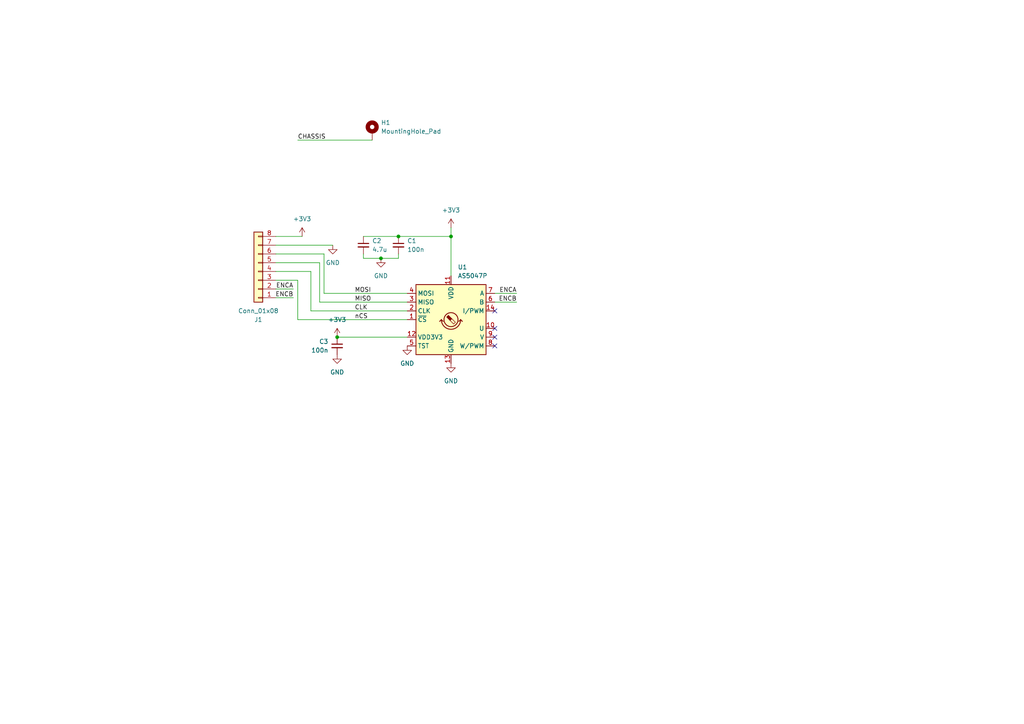
<source format=kicad_sch>
(kicad_sch (version 20230121) (generator eeschema)
  (paper "A4")
  (lib_symbols
    (symbol "Connector_Generic:Conn_01x08" (pin_names (offset 1.016) hide)
      (property "Reference" "J" (at 0 10.16 0))
      (property "Value" "Conn_01x08" (at 0 -12.7 0))
      (symbol "Conn_01x08_1_1"
        (rectangle (start -1.27 -10.033) (end 0 -10.287) (stroke (width 0.1524)))
        (rectangle (start -1.27 -7.493) (end 0 -7.747) (stroke (width 0.1524)))
        (rectangle (start -1.27 -4.953) (end 0 -5.207) (stroke (width 0.1524)))
        (rectangle (start -1.27 -2.413) (end 0 -2.667) (stroke (width 0.1524)))
        (rectangle (start -1.27 0.127) (end 0 -0.127) (stroke (width 0.1524)))
        (rectangle (start -1.27 2.667) (end 0 2.413) (stroke (width 0.1524)))
        (rectangle (start -1.27 5.207) (end 0 4.953) (stroke (width 0.1524)))
        (rectangle (start -1.27 7.747) (end 0 7.493) (stroke (width 0.1524)))
        (rectangle (start -1.27 8.89) (end 1.27 -11.43) (stroke (width 0.254)) (fill (type background)))
        (pin passive line (at -5.08 7.62 0) (length 3.81) (name "Pin_1") (number "1"))
        (pin passive line (at -5.08 5.08 0) (length 3.81) (name "Pin_2") (number "2"))
        (pin passive line (at -5.08 2.54 0) (length 3.81) (name "Pin_3") (number "3"))
        (pin passive line (at -5.08 0 0) (length 3.81) (name "Pin_4") (number "4"))
        (pin passive line (at -5.08 -2.54 0) (length 3.81) (name "Pin_5") (number "5"))
        (pin passive line (at -5.08 -5.08 0) (length 3.81) (name "Pin_6") (number "6"))
        (pin passive line (at -5.08 -7.62 0) (length 3.81) (name "Pin_7") (number "7"))
        (pin passive line (at -5.08 -10.16 0) (length 3.81) (name "Pin_8") (number "8"))
      )
    )
    (symbol "Device:C_Small" (pin_numbers hide) (pin_names (offset 0.254) hide)
      (property "Reference" "C" (at 0.254 1.778 0))
      (property "Value" "C_Small" (at 0.254 -2.032 0))
      (symbol "C_Small_0_1"
        (polyline (pts (xy -1.524 -0.508) (xy 1.524 -0.508)) (stroke (width 0.3302)))
        (polyline (pts (xy -1.524 0.508) (xy 1.524 0.508)) (stroke (width 0.3048)))
      )
      (symbol "C_Small_1_1"
        (pin passive line (at 0 2.54 270) (length 2.032) (name "~") (number "1"))
        (pin passive line (at 0 -2.54 90) (length 2.032) (name "~") (number "2"))
      )
    )
    (symbol "Mechanical:MountingHole_Pad" (pin_numbers hide) (pin_names (offset 1.016) hide)
      (property "Reference" "H" (at 0 6.35 0))
      (property "Value" "MountingHole_Pad" (at 0 4.445 0))
      (symbol "MountingHole_Pad_0_1"
        (circle (center 0 1.27) (radius 1.27) (stroke (width 1.27)))
      )
      (symbol "MountingHole_Pad_1_1"
        (pin input line (at 0 -2.54 90) (length 2.54) (name "1") (number "1"))
      )
    )
    (symbol "Sensor_Magnetic:AS5047D"
      (property "Reference" "U" (at -8.89 11.43 0))
      (property "Value" "AS5047D" (at 5.08 11.43 0))
      (symbol "AS5047D_1_1"
        (rectangle (start -10.16 10.16) (end 10.16 -10.16) (stroke (width 0.254)) (fill (type background)))
        (arc (start -2.794 0) (mid 0 -2.7819) (end 2.794 0) (stroke (width 0.254)))
        (polyline (pts (xy -2.794 0) (xy -3.302 -0.508)) (stroke (width 0.254)))
        (polyline (pts (xy -2.794 0) (xy -2.286 -0.508)) (stroke (width 0.254)))
        (polyline (pts (xy 2.794 0) (xy 2.286 -0.508)) (stroke (width 0.254)))
        (polyline (pts (xy 2.794 0) (xy 3.302 -0.508)) (stroke (width 0.254)))
        (polyline (pts (xy 0.254 0.254) (xy 1.27 -0.762) (xy 0.762 -1.27) (xy -0.254 -0.254)))
        (polyline (pts (xy -0.762 1.27) (xy 0.254 0.254) (xy -0.254 -0.254) (xy -1.27 0.762) (xy -1.016 1.016) (xy -0.762 1.27) (xy -0.635 1.143)) (fill (type outline)))
        (circle (center 0 0) (radius 2.032) (stroke (width 0.254)))
        (pin input line (at -12.7 0 0) (length 2.54) (name "~{CS}") (number "1"))
        (pin output line (at 12.7 -2.54 180) (length 2.54) (name "U") (number "10"))
        (pin power_in line (at 0 12.7 270) (length 2.54) (name "VDD") (number "11"))
        (pin power_out line (at -12.7 -5.08 0) (length 2.54) (name "VDD3V3") (number "12"))
        (pin power_in line (at 0 -12.7 90) (length 2.54) (name "GND") (number "13"))
        (pin output line (at 12.7 2.54 180) (length 2.54) (name "I/PWM") (number "14"))
        (pin input line (at -12.7 2.54 0) (length 2.54) (name "CLK") (number "2"))
        (pin output line (at -12.7 5.08 0) (length 2.54) (name "MISO") (number "3"))
        (pin input line (at -12.7 7.62 0) (length 2.54) (name "MOSI") (number "4"))
        (pin input line (at -12.7 -7.62 0) (length 2.54) (name "TST") (number "5"))
        (pin output line (at 12.7 5.08 180) (length 2.54) (name "B") (number "6"))
        (pin output line (at 12.7 7.62 180) (length 2.54) (name "A") (number "7"))
        (pin output line (at 12.7 -7.62 180) (length 2.54) (name "W/PWM") (number "8"))
        (pin output line (at 12.7 -5.08 180) (length 2.54) (name "V") (number "9"))
      )
    )
    (symbol "power:+3V3" (power) (pin_names (offset 0))
      (property "Value" "+3V3" (at 0 3.556 0))
      (symbol "+3V3_0_1"
        (polyline (pts (xy -0.762 1.27) (xy 0 2.54)))
        (polyline (pts (xy 0 0) (xy 0 2.54)))
        (polyline (pts (xy 0 2.54) (xy 0.762 1.27)))
      )
      (symbol "+3V3_1_1"
        (pin power_in line (at 0 0 90) (length 0) hide (name "+3V3") (number "1"))
      )
    )
    (symbol "power:GND" (power) (pin_names (offset 0))
      (property "Value" "GND" (at 0 -3.81 0))
      (symbol "GND_0_1"
        (polyline (pts (xy 0 0) (xy 0 -1.27) (xy 1.27 -1.27) (xy 0 -2.54) (xy -1.27 -1.27) (xy 0 -1.27)))
      )
      (symbol "GND_1_1"
        (pin power_in line (at 0 0 270) (length 0) hide (name "GND") (number "1"))
      )
    )
  )
  (junction (at 97.79 97.79))
  (junction (at 115.57 68.58))
  (junction (at 130.81 68.58))
  (junction (at 110.49 74.93))
  (no_connect (at 143.51 90.17))
  (no_connect (at 143.51 97.79))
  (no_connect (at 143.51 100.33))
  (no_connect (at 143.51 95.25))
  (wire (pts (xy 130.81 68.58) (xy 130.81 80.01)))
  (wire (pts (xy 80.01 71.12) (xy 96.52 71.12)))
  (wire (pts (xy 90.17 78.74) (xy 80.01 78.74)))
  (wire (pts (xy 92.71 76.2) (xy 80.01 76.2)))
  (wire (pts (xy 143.51 87.63) (xy 149.86 87.63)))
  (wire (pts (xy 105.41 74.93) (xy 110.49 74.93)))
  (wire (pts (xy 86.36 81.28) (xy 80.01 81.28)))
  (wire (pts (xy 115.57 74.93) (xy 115.57 73.66)))
  (wire (pts (xy 118.11 92.71) (xy 86.36 92.71)))
  (wire (pts (xy 118.11 87.63) (xy 92.71 87.63)))
  (wire (pts (xy 80.01 73.66) (xy 93.98 73.66)))
  (wire (pts (xy 93.98 85.09) (xy 118.11 85.09)))
  (wire (pts (xy 86.36 92.71) (xy 86.36 81.28)))
  (wire (pts (xy 93.98 73.66) (xy 93.98 85.09)))
  (wire (pts (xy 130.81 66.04) (xy 130.81 68.58)))
  (wire (pts (xy 118.11 90.17) (xy 90.17 90.17)))
  (wire (pts (xy 86.36 40.64) (xy 107.95 40.64)))
  (wire (pts (xy 97.79 97.79) (xy 118.11 97.79)))
  (wire (pts (xy 105.41 68.58) (xy 115.57 68.58)))
  (wire (pts (xy 80.01 68.58) (xy 87.63 68.58)))
  (wire (pts (xy 80.01 86.36) (xy 85.09 86.36)))
  (wire (pts (xy 110.49 74.93) (xy 115.57 74.93)))
  (wire (pts (xy 80.01 83.82) (xy 85.09 83.82)))
  (wire (pts (xy 143.51 85.09) (xy 149.86 85.09)))
  (wire (pts (xy 90.17 90.17) (xy 90.17 78.74)))
  (wire (pts (xy 115.57 68.58) (xy 130.81 68.58)))
  (wire (pts (xy 105.41 73.66) (xy 105.41 74.93)))
  (wire (pts (xy 92.71 87.63) (xy 92.71 76.2)))
  (label "CHASSIS" (at 86.36 40.64 0))
  (label "ENCA" (at 149.86 85.09 180))
  (label "CLK" (at 102.87 90.17 0))
  (label "ENCA" (at 85.09 83.82 180))
  (label "nCS" (at 102.87 92.71 0))
  (label "MOSI" (at 102.87 85.09 0))
  (label "ENCB" (at 149.86 87.63 180))
  (label "ENCB" (at 85.09 86.36 180))
  (label "MISO" (at 102.87 87.63 0))
  (symbol (lib_id "power:+3V3") (at 97.79 97.79 0) (unit 1)
    (property "Reference" "#PWR05" (effects hide))
    (property "Value" "+3V3" (at 97.79 92.71 0))
  )
  (symbol (lib_id "Connector_Generic:Conn_01x08") (at 74.93 78.74 180) (unit 1)
    (property "Reference" "J1" (at 74.93 92.71 0))
    (property "Value" "Conn_01x08" (at 74.93 90.17 0))
    (property "Footprint" "Connector_PinHeader_2.54mm:PinHeader_1x08_P2.54mm_Horizontal" (effects hide))
  )
  (symbol (lib_id "Mechanical:MountingHole_Pad") (at 107.95 38.1 0) (unit 1)
    (property "Reference" "H1" (at 110.49 35.5599 0) (effects (justify left)))
    (property "Value" "MountingHole_Pad" (at 110.49 38.0999 0) (effects (justify left)))
    (property "Footprint" "rev-7-footprints:board-def-rev7.2" (effects hide))
  )
  (symbol (lib_id "Sensor_Magnetic:AS5047D") (at 130.81 92.71 0) (unit 1)
    (property "Reference" "U1" (at 132.7659 77.47 0) (effects (justify left)))
    (property "Value" "AS5047P" (at 132.7659 80.01 0) (effects (justify left)))
    (property "Footprint" "Package_SO:TSSOP-14_4.4x5mm_P0.65mm" (effects hide))
    (property "Datasheet" "https://ams.com/documents/20143/36005/AS5047D_DS000394_2-00.pdf" (effects hide))
  )
  (symbol (lib_id "Device:C_Small") (at 97.79 100.33 0) (mirror y) (unit 1)
    (property "Reference" "C3" (at 95.25 99.0663 0) (effects (justify left)))
    (property "Value" "100n" (at 95.25 101.6063 0) (effects (justify left)))
    (property "Footprint" "Capacitor_SMD:C_0603_1608Metric" (effects hide))
  )
  (symbol (lib_id "power:GND") (at 110.49 74.93 0) (unit 1)
    (property "Reference" "#PWR04" (effects hide))
    (property "Value" "GND" (at 110.49 80.01 0))
  )
  (symbol (lib_id "power:GND") (at 96.52 71.12 0) (unit 1)
    (property "Reference" "#PWR07" (effects hide))
    (property "Value" "GND" (at 96.52 76.2 0))
  )
  (symbol (lib_id "power:GND") (at 118.11 100.33 0) (unit 1)
    (property "Reference" "#PWR08" (effects hide))
    (property "Value" "GND" (at 118.11 105.41 0))
  )
  (symbol (lib_id "power:GND") (at 130.81 105.41 0) (unit 1)
    (property "Reference" "#PWR01" (effects hide))
    (property "Value" "GND" (at 130.81 110.49 0))
  )
  (symbol (lib_id "power:+3V3") (at 130.81 66.04 0) (unit 1)
    (property "Reference" "#PWR02" (effects hide))
    (property "Value" "+3V3" (at 130.81 60.96 0))
  )
  (symbol (lib_id "Device:C_Small") (at 105.41 71.12 0) (unit 1)
    (property "Reference" "C2" (at 107.95 69.8563 0) (effects (justify left)))
    (property "Value" "4.7u" (at 107.95 72.3963 0) (effects (justify left)))
    (property "Footprint" "Capacitor_SMD:C_0603_1608Metric" (effects hide))
  )
  (symbol (lib_id "Device:C_Small") (at 115.57 71.12 0) (unit 1)
    (property "Reference" "C1" (at 118.11 69.8563 0) (effects (justify left)))
    (property "Value" "100n" (at 118.11 72.3963 0) (effects (justify left)))
    (property "Footprint" "Capacitor_SMD:C_0603_1608Metric" (effects hide))
  )
  (symbol (lib_id "power:+3V3") (at 87.63 68.58 0) (unit 1)
    (property "Reference" "#PWR06" (effects hide))
    (property "Value" "+3V3" (at 87.63 63.5 0))
  )
  (symbol (lib_id "power:GND") (at 97.79 102.87 0) (unit 1)
    (property "Reference" "#PWR03" (effects hide))
    (property "Value" "GND" (at 97.79 107.95 0))
  )
)
</source>
